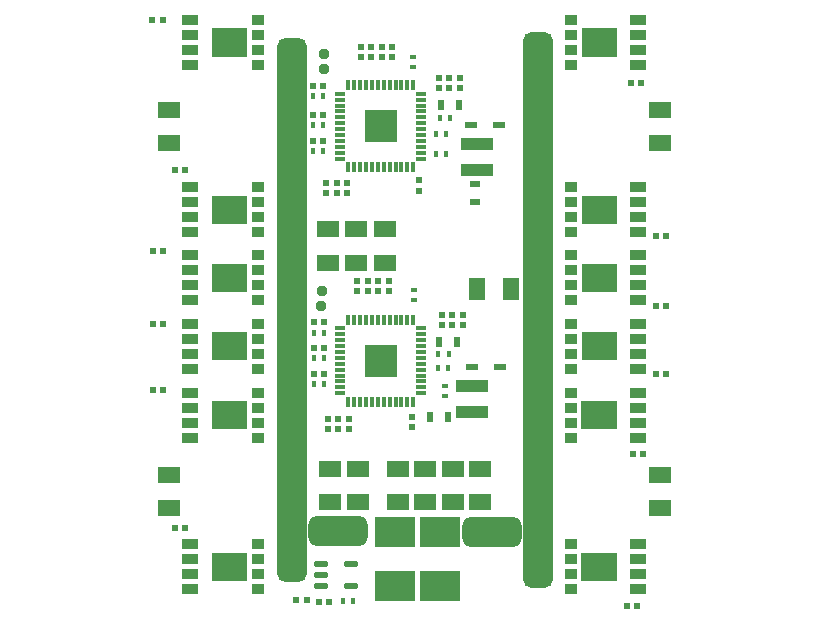
<source format=gbr>
%TF.GenerationSoftware,Altium Limited,Altium Designer,20.2.3 (150)*%
G04 Layer_Color=128*
%FSLAX26Y26*%
%MOIN*%
%TF.SameCoordinates,1E0D65CC-F0FE-4DFC-A0D5-6D9DD74121E6*%
%TF.FilePolarity,Positive*%
%TF.FileFunction,Paste,Bot*%
%TF.Part,Single*%
G01*
G75*
%TA.AperFunction,SMDPad,SMDef*%
G04:AMPARAMS|DCode=10|XSize=98.425mil|YSize=1811.024mil|CornerRadius=24.606mil|HoleSize=0mil|Usage=FLASHONLY|Rotation=0.000|XOffset=0mil|YOffset=0mil|HoleType=Round|Shape=RoundedRectangle|*
%AMROUNDEDRECTD10*
21,1,0.098425,1.761811,0,0,0.0*
21,1,0.049213,1.811024,0,0,0.0*
1,1,0.049213,0.024606,-0.880905*
1,1,0.049213,-0.024606,-0.880905*
1,1,0.049213,-0.024606,0.880905*
1,1,0.049213,0.024606,0.880905*
%
%ADD10ROUNDEDRECTD10*%
%TA.AperFunction,SMDPad,CuDef*%
%ADD12R,0.023622X0.021260*%
%ADD13R,0.075197X0.053937*%
%TA.AperFunction,SMDPad,SMDef*%
G04:AMPARAMS|DCode=15|XSize=31.496mil|YSize=31.496mil|CornerRadius=7.874mil|HoleSize=0mil|Usage=FLASHONLY|Rotation=90.000|XOffset=0mil|YOffset=0mil|HoleType=Round|Shape=RoundedRectangle|*
%AMROUNDEDRECTD15*
21,1,0.031496,0.015748,0,0,90.0*
21,1,0.015748,0.031496,0,0,90.0*
1,1,0.015748,0.007874,0.007874*
1,1,0.015748,0.007874,-0.007874*
1,1,0.015748,-0.007874,-0.007874*
1,1,0.015748,-0.007874,0.007874*
%
%ADD15ROUNDEDRECTD15*%
%TA.AperFunction,SMDPad,CuDef*%
%ADD16R,0.020000X0.036614*%
%ADD18R,0.041339X0.033465*%
%ADD19R,0.057087X0.033465*%
%TA.AperFunction,SMDPad,SMDef*%
G04:AMPARAMS|DCode=20|XSize=98.425mil|YSize=1850.394mil|CornerRadius=24.606mil|HoleSize=0mil|Usage=FLASHONLY|Rotation=0.000|XOffset=0mil|YOffset=0mil|HoleType=Round|Shape=RoundedRectangle|*
%AMROUNDEDRECTD20*
21,1,0.098425,1.801181,0,0,0.0*
21,1,0.049213,1.850394,0,0,0.0*
1,1,0.049213,0.024606,-0.900591*
1,1,0.049213,-0.024606,-0.900591*
1,1,0.049213,-0.024606,0.900591*
1,1,0.049213,0.024606,0.900591*
%
%ADD20ROUNDEDRECTD20*%
%TA.AperFunction,SMDPad,CuDef*%
%ADD24R,0.016000X0.023622*%
%ADD25R,0.033465X0.011811*%
%ADD26R,0.011811X0.033465*%
%ADD27R,0.106299X0.106299*%
%ADD28R,0.106000X0.039000*%
%ADD30R,0.023622X0.016000*%
%ADD31R,0.021260X0.023622*%
%TA.AperFunction,SMDPad,SMDef*%
G04:AMPARAMS|DCode=45|XSize=98.425mil|YSize=196.85mil|CornerRadius=24.606mil|HoleSize=0mil|Usage=FLASHONLY|Rotation=270.000|XOffset=0mil|YOffset=0mil|HoleType=Round|Shape=RoundedRectangle|*
%AMROUNDEDRECTD45*
21,1,0.098425,0.147638,0,0,270.0*
21,1,0.049213,0.196850,0,0,270.0*
1,1,0.049213,-0.073819,-0.024606*
1,1,0.049213,-0.073819,0.024606*
1,1,0.049213,0.073819,0.024606*
1,1,0.049213,0.073819,-0.024606*
%
%ADD45ROUNDEDRECTD45*%
%TA.AperFunction,SMDPad,CuDef*%
%ADD46R,0.053937X0.075197*%
%ADD47R,0.041339X0.019685*%
%ADD48R,0.036614X0.020000*%
G04:AMPARAMS|DCode=49|XSize=47.638mil|YSize=23.228mil|CornerRadius=5.807mil|HoleSize=0mil|Usage=FLASHONLY|Rotation=0.000|XOffset=0mil|YOffset=0mil|HoleType=Round|Shape=RoundedRectangle|*
%AMROUNDEDRECTD49*
21,1,0.047638,0.011614,0,0,0.0*
21,1,0.036024,0.023228,0,0,0.0*
1,1,0.011614,0.018012,-0.005807*
1,1,0.011614,-0.018012,-0.005807*
1,1,0.011614,-0.018012,0.005807*
1,1,0.011614,0.018012,0.005807*
%
%ADD49ROUNDEDRECTD49*%
%ADD50R,0.136220X0.101575*%
G36*
X610583Y373693D02*
X493260D01*
Y280307D01*
X610583D01*
Y373693D01*
D02*
G37*
G36*
Y878693D02*
X493260D01*
Y785307D01*
X610583D01*
Y878693D01*
D02*
G37*
G36*
X610662Y1107693D02*
X493339D01*
Y1014307D01*
X610662D01*
Y1107693D01*
D02*
G37*
G36*
X1725685Y280307D02*
X1843008D01*
Y373693D01*
X1725685D01*
Y280307D01*
D02*
G37*
G36*
Y785307D02*
X1843008D01*
Y878693D01*
X1725685D01*
Y785307D01*
D02*
G37*
G36*
X1726685Y1014307D02*
X1844008D01*
Y1107693D01*
X1726685D01*
Y1014307D01*
D02*
G37*
G36*
X610583Y1335693D02*
X493260D01*
Y1242307D01*
X610583D01*
Y1335693D01*
D02*
G37*
G36*
Y1563693D02*
X493260D01*
Y1470307D01*
X610583D01*
Y1563693D01*
D02*
G37*
G36*
Y2120693D02*
X493260D01*
Y2027307D01*
X610583D01*
Y2120693D01*
D02*
G37*
G36*
X1726685Y1242307D02*
X1844008D01*
Y1335693D01*
X1726685D01*
Y1242307D01*
D02*
G37*
G36*
Y1470307D02*
X1844008D01*
Y1563693D01*
X1726685D01*
Y1470307D01*
D02*
G37*
G36*
Y2027307D02*
X1844008D01*
Y2120693D01*
X1726685D01*
Y2027307D01*
D02*
G37*
D10*
X760000Y1181102D02*
D03*
D12*
X1185000Y1614008D02*
D03*
Y1579992D02*
D03*
X990000Y2023992D02*
D03*
Y2058008D02*
D03*
X910000Y1571984D02*
D03*
Y1606000D02*
D03*
X875000D02*
D03*
Y1571984D02*
D03*
X945000D02*
D03*
Y1606000D02*
D03*
X1320000Y1955008D02*
D03*
Y1920992D02*
D03*
X1285000D02*
D03*
Y1955008D02*
D03*
X1250000Y1920992D02*
D03*
Y1955008D02*
D03*
X1025000Y2023992D02*
D03*
Y2058008D02*
D03*
X1060000D02*
D03*
Y2023992D02*
D03*
X1095000Y2058008D02*
D03*
Y2023992D02*
D03*
X950000Y783992D02*
D03*
Y818008D02*
D03*
X915000Y783984D02*
D03*
Y818000D02*
D03*
X880000Y818008D02*
D03*
Y783992D02*
D03*
X1331000Y1166016D02*
D03*
Y1132000D02*
D03*
X1261000Y1131992D02*
D03*
Y1166008D02*
D03*
X1296000Y1131992D02*
D03*
Y1166008D02*
D03*
X1084000Y1280008D02*
D03*
Y1245992D02*
D03*
X1049000Y1280008D02*
D03*
Y1245992D02*
D03*
X1014000D02*
D03*
Y1280008D02*
D03*
X979000Y1245992D02*
D03*
Y1280008D02*
D03*
X1161000Y826008D02*
D03*
Y791992D02*
D03*
D13*
X1071000Y1340055D02*
D03*
Y1451945D02*
D03*
X887000Y653945D02*
D03*
Y542055D02*
D03*
X975000Y1340055D02*
D03*
Y1451945D02*
D03*
X881000Y1340055D02*
D03*
Y1451945D02*
D03*
X980000Y653945D02*
D03*
Y542055D02*
D03*
X1114000Y653945D02*
D03*
Y542055D02*
D03*
X1205000Y653945D02*
D03*
Y542055D02*
D03*
X1299000Y653945D02*
D03*
Y542055D02*
D03*
X1387000Y653945D02*
D03*
Y542055D02*
D03*
X351000Y1849945D02*
D03*
Y1738055D02*
D03*
X1987000Y1849945D02*
D03*
Y1738055D02*
D03*
Y632945D02*
D03*
Y521055D02*
D03*
X351000Y632945D02*
D03*
Y521055D02*
D03*
D15*
X858000Y1196000D02*
D03*
X861000Y1246000D02*
D03*
X869000Y2037000D02*
D03*
X867000Y1986000D02*
D03*
D16*
X1317315Y1864000D02*
D03*
X1256685D02*
D03*
X1249685Y1075000D02*
D03*
X1310315D02*
D03*
X1220685Y825000D02*
D03*
X1281315D02*
D03*
D18*
X646410Y1442000D02*
D03*
Y1492000D02*
D03*
Y1542000D02*
D03*
Y1592000D02*
D03*
Y1214000D02*
D03*
Y1264000D02*
D03*
Y1314000D02*
D03*
Y1364000D02*
D03*
Y1999000D02*
D03*
Y2049000D02*
D03*
Y2099000D02*
D03*
Y2149000D02*
D03*
X1690858Y1364000D02*
D03*
Y1314000D02*
D03*
Y1264000D02*
D03*
Y1214000D02*
D03*
Y1592000D02*
D03*
Y1542000D02*
D03*
Y1492000D02*
D03*
Y1442000D02*
D03*
Y2149000D02*
D03*
Y2099000D02*
D03*
Y2049000D02*
D03*
Y1999000D02*
D03*
X646488Y986000D02*
D03*
Y1036000D02*
D03*
Y1086000D02*
D03*
Y1136000D02*
D03*
X646410Y757000D02*
D03*
Y807000D02*
D03*
Y857000D02*
D03*
Y907000D02*
D03*
Y252000D02*
D03*
Y302000D02*
D03*
Y352000D02*
D03*
Y402000D02*
D03*
X1689858Y757000D02*
D03*
Y807000D02*
D03*
Y857000D02*
D03*
Y907000D02*
D03*
X1690858Y986000D02*
D03*
Y1036000D02*
D03*
Y1086000D02*
D03*
Y1136000D02*
D03*
X1689858Y252000D02*
D03*
Y302000D02*
D03*
Y352000D02*
D03*
Y402000D02*
D03*
D19*
X422000Y1592000D02*
D03*
Y1542000D02*
D03*
Y1492000D02*
D03*
Y1442000D02*
D03*
Y1364000D02*
D03*
Y1314000D02*
D03*
Y1264000D02*
D03*
Y1214000D02*
D03*
Y2149000D02*
D03*
Y2099000D02*
D03*
Y2049000D02*
D03*
Y1999000D02*
D03*
X1915268Y1214000D02*
D03*
Y1264000D02*
D03*
Y1314000D02*
D03*
Y1364000D02*
D03*
Y1442000D02*
D03*
Y1492000D02*
D03*
Y1542000D02*
D03*
Y1592000D02*
D03*
Y1999000D02*
D03*
Y2049000D02*
D03*
Y2099000D02*
D03*
Y2149000D02*
D03*
X422079Y1136000D02*
D03*
Y1086000D02*
D03*
Y1036000D02*
D03*
Y986000D02*
D03*
X422000Y907000D02*
D03*
Y857000D02*
D03*
Y807000D02*
D03*
Y757000D02*
D03*
Y402000D02*
D03*
Y352000D02*
D03*
Y302000D02*
D03*
Y252000D02*
D03*
X1914268Y907000D02*
D03*
Y857000D02*
D03*
Y807000D02*
D03*
Y757000D02*
D03*
X1915268Y1136000D02*
D03*
Y1086000D02*
D03*
Y1036000D02*
D03*
Y986000D02*
D03*
X1914268Y402000D02*
D03*
Y352000D02*
D03*
Y302000D02*
D03*
Y252000D02*
D03*
D20*
X1580000Y1181102D02*
D03*
D24*
X1239992Y1702000D02*
D03*
X1274008D02*
D03*
X1254992Y1822000D02*
D03*
X1289008D02*
D03*
X1239992Y1769000D02*
D03*
X1274008D02*
D03*
X865008Y1711000D02*
D03*
X830992D02*
D03*
X865008Y1798000D02*
D03*
X830992D02*
D03*
X865008Y1895000D02*
D03*
X830992D02*
D03*
X1248992Y1036000D02*
D03*
X1283008D02*
D03*
X1247992Y988000D02*
D03*
X1282008D02*
D03*
X867008Y935000D02*
D03*
X832992D02*
D03*
X867008Y1021000D02*
D03*
X832992D02*
D03*
X867008Y1107000D02*
D03*
X832992D02*
D03*
X930992Y213000D02*
D03*
X965008D02*
D03*
D25*
X1192827Y1121268D02*
D03*
Y1101583D02*
D03*
Y1081898D02*
D03*
Y1062213D02*
D03*
Y1042528D02*
D03*
Y1022842D02*
D03*
Y1003158D02*
D03*
Y983472D02*
D03*
Y963787D02*
D03*
Y944102D02*
D03*
Y924417D02*
D03*
Y904732D02*
D03*
X921173D02*
D03*
Y924417D02*
D03*
Y944102D02*
D03*
Y963787D02*
D03*
Y983472D02*
D03*
Y1003158D02*
D03*
Y1022842D02*
D03*
Y1042528D02*
D03*
Y1062213D02*
D03*
Y1081898D02*
D03*
Y1101583D02*
D03*
Y1121268D02*
D03*
Y1903094D02*
D03*
Y1883409D02*
D03*
Y1863724D02*
D03*
Y1844039D02*
D03*
Y1824354D02*
D03*
Y1804669D02*
D03*
Y1784984D02*
D03*
Y1765299D02*
D03*
Y1745614D02*
D03*
Y1725929D02*
D03*
Y1706244D02*
D03*
Y1686559D02*
D03*
X1192827D02*
D03*
Y1706244D02*
D03*
Y1725929D02*
D03*
Y1745614D02*
D03*
Y1765299D02*
D03*
Y1784984D02*
D03*
Y1804669D02*
D03*
Y1824354D02*
D03*
Y1844039D02*
D03*
Y1863724D02*
D03*
Y1883409D02*
D03*
Y1903094D02*
D03*
D26*
X1165268Y877173D02*
D03*
X1145583D02*
D03*
X1125898D02*
D03*
X1106213D02*
D03*
X1086528D02*
D03*
X1066842D02*
D03*
X1047158D02*
D03*
X1027472D02*
D03*
X1007787D02*
D03*
X988102D02*
D03*
X968417D02*
D03*
X948732D02*
D03*
Y1148827D02*
D03*
X968417D02*
D03*
X988102D02*
D03*
X1007787D02*
D03*
X1027472D02*
D03*
X1047158D02*
D03*
X1066842D02*
D03*
X1086528D02*
D03*
X1106213D02*
D03*
X1125898D02*
D03*
X1145583D02*
D03*
X1165268D02*
D03*
Y1930654D02*
D03*
X1145583D02*
D03*
X1125898D02*
D03*
X1106213D02*
D03*
X1086528D02*
D03*
X1066842D02*
D03*
X1047158D02*
D03*
X1027472D02*
D03*
X1007787D02*
D03*
X988102D02*
D03*
X968417D02*
D03*
X948732D02*
D03*
Y1659000D02*
D03*
X968417D02*
D03*
X988102D02*
D03*
X1007787D02*
D03*
X1027472D02*
D03*
X1047158D02*
D03*
X1066842D02*
D03*
X1086528D02*
D03*
X1106213D02*
D03*
X1125898D02*
D03*
X1145583D02*
D03*
X1165268D02*
D03*
D27*
X1057000Y1013000D02*
D03*
Y1794827D02*
D03*
D28*
X1378000Y1650000D02*
D03*
Y1736000D02*
D03*
X1362000Y842000D02*
D03*
Y928000D02*
D03*
D30*
X1165000Y1992992D02*
D03*
Y2027008D02*
D03*
X1270000Y929008D02*
D03*
Y894992D02*
D03*
X1167000Y1214992D02*
D03*
Y1249008D02*
D03*
D31*
X865008Y1746000D02*
D03*
X830992D02*
D03*
X865008Y1833000D02*
D03*
X830992D02*
D03*
X865008Y1930000D02*
D03*
X830992D02*
D03*
X297992Y1378000D02*
D03*
X332008D02*
D03*
X406008Y1648000D02*
D03*
X371992D02*
D03*
X295992Y2148000D02*
D03*
X330008D02*
D03*
X2008008Y1196000D02*
D03*
X1973992D02*
D03*
X2008008Y1428000D02*
D03*
X1973992D02*
D03*
X1889992Y1939000D02*
D03*
X1924008D02*
D03*
X406008Y457000D02*
D03*
X371992D02*
D03*
X296992Y917000D02*
D03*
X331008D02*
D03*
X296992Y1136000D02*
D03*
X331008D02*
D03*
X867008Y1056000D02*
D03*
X832992D02*
D03*
X867008Y1142000D02*
D03*
X832992D02*
D03*
X867016Y970000D02*
D03*
X833000D02*
D03*
X1911008Y197000D02*
D03*
X1876992D02*
D03*
X1932008Y702000D02*
D03*
X1897992D02*
D03*
X1973992Y970000D02*
D03*
X2008008D02*
D03*
X775992Y216000D02*
D03*
X810008D02*
D03*
X850992Y210000D02*
D03*
X885008D02*
D03*
D45*
X1427000Y441000D02*
D03*
X916000Y447000D02*
D03*
D46*
X1379055Y1251000D02*
D03*
X1490945D02*
D03*
D47*
X1449653Y1800000D02*
D03*
X1356347D02*
D03*
X1455653Y993000D02*
D03*
X1362347D02*
D03*
D48*
X1371000Y1540685D02*
D03*
Y1601315D02*
D03*
D49*
X858591Y261598D02*
D03*
Y299000D02*
D03*
Y336402D02*
D03*
X957409D02*
D03*
Y261598D02*
D03*
D50*
X1254000Y260819D02*
D03*
Y443181D02*
D03*
X1104000Y260819D02*
D03*
Y443181D02*
D03*
%TF.MD5,65705da4748d4ff55c1dd07edcbde477*%
M02*

</source>
